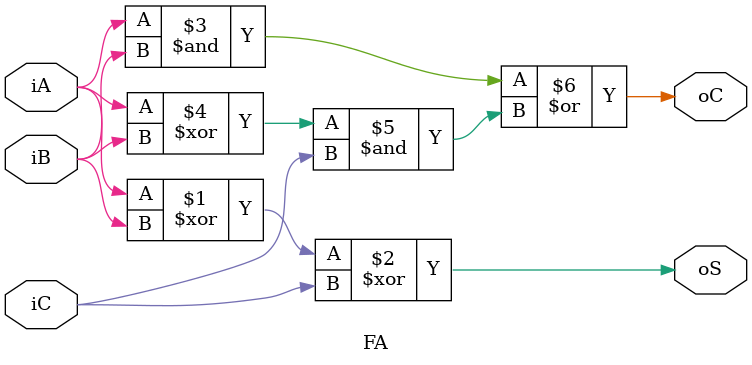
<source format=v>
`timescale 1ns / 1ps
module FA(
     input iA, //1 Î»¶þ½øÖÆ¼ÓÊý
     input iB, //1 Î»¶þ½øÖÆ±»¼ÓÊý
     input iC, //µÍÎ»µÄ½øÎ»ÐÅºÅ
     output oS, //1 Î»ºÍÊý
     output oC //Ïò¸ßÎ»µÄ½øÎ»ÐÅºÅ
);
    assign oS = iA ^ iB ^ iC;
    assign oC = (iA & iB) | ((iA ^ iB) & iC);
endmodule

</source>
